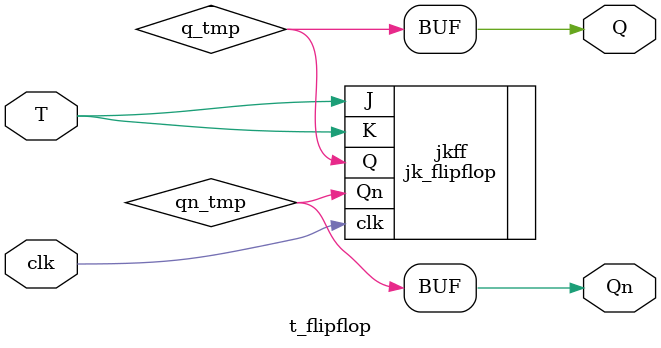
<source format=v>
module t_flipflop(T, clk, Q, Qn);
    input T, clk;
    output reg Q, Qn;
    initial begin
        Q = 0;
        Qn = 1;
    end

    wire q_tmp, qn_tmp;

    jk_flipflop jkff(
        .J(T),
        .K(T),
        .clk(clk),
        .Q(q_tmp),
        .Qn(qn_tmp)
    );
    
    always @(q_tmp, qn_tmp) begin
        Q <= q_tmp;
        Qn <= qn_tmp;
    end
endmodule
</source>
